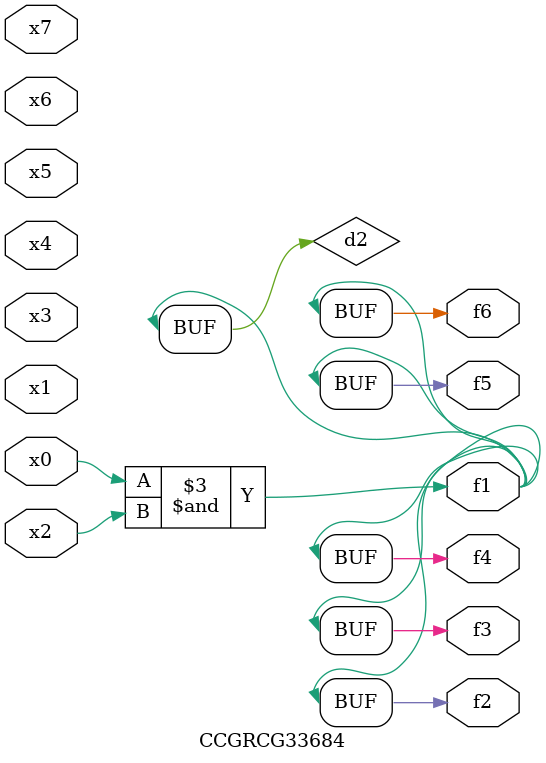
<source format=v>
module CCGRCG33684(
	input x0, x1, x2, x3, x4, x5, x6, x7,
	output f1, f2, f3, f4, f5, f6
);

	wire d1, d2;

	nor (d1, x3, x6);
	and (d2, x0, x2);
	assign f1 = d2;
	assign f2 = d2;
	assign f3 = d2;
	assign f4 = d2;
	assign f5 = d2;
	assign f6 = d2;
endmodule

</source>
